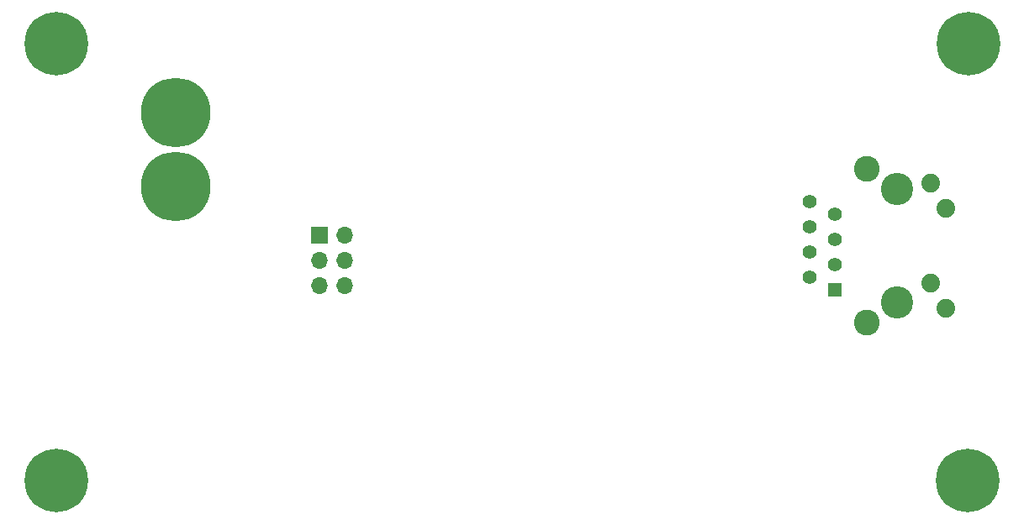
<source format=gbr>
%TF.GenerationSoftware,KiCad,Pcbnew,(5.1.7)-1*%
%TF.CreationDate,2021-09-05T16:50:27-04:00*%
%TF.ProjectId,future-controller,66757475-7265-42d6-936f-6e74726f6c6c,A*%
%TF.SameCoordinates,Original*%
%TF.FileFunction,Soldermask,Bot*%
%TF.FilePolarity,Negative*%
%FSLAX46Y46*%
G04 Gerber Fmt 4.6, Leading zero omitted, Abs format (unit mm)*
G04 Created by KiCad (PCBNEW (5.1.7)-1) date 2021-09-05 16:50:27*
%MOMM*%
%LPD*%
G01*
G04 APERTURE LIST*
%ADD10R,1.400000X1.400000*%
%ADD11C,1.400000*%
%ADD12C,1.890000*%
%ADD13C,2.600000*%
%ADD14C,3.250000*%
%ADD15C,6.400000*%
%ADD16C,7.000000*%
%ADD17O,1.700000X1.700000*%
%ADD18R,1.700000X1.700000*%
G04 APERTURE END LIST*
D10*
%TO.C,J2*%
X178485800Y-103301800D03*
D11*
X175945800Y-102031800D03*
X178485800Y-100761800D03*
X175945800Y-99491800D03*
X178485800Y-98221800D03*
X175945800Y-96951800D03*
X178485800Y-95681800D03*
X175945800Y-94411800D03*
D12*
X188205800Y-92531800D03*
X189725800Y-95071800D03*
X188205800Y-102641800D03*
X189725800Y-105181800D03*
D13*
X181775800Y-106631800D03*
X181775800Y-91081800D03*
D14*
X184825800Y-104571800D03*
X184825800Y-93141800D03*
%TD*%
D15*
%TO.C,MH4*%
X191947800Y-78536800D03*
%TD*%
%TO.C,MH3*%
X100101400Y-122555000D03*
%TD*%
%TO.C,MH2*%
X100101400Y-78536800D03*
%TD*%
%TO.C,MH1*%
X191922400Y-122529600D03*
%TD*%
D16*
%TO.C,J1*%
X112166400Y-92913200D03*
X112166400Y-85433200D03*
%TD*%
D17*
%TO.C,J3*%
X129184400Y-102844600D03*
X126644400Y-102844600D03*
X129184400Y-100304600D03*
X126644400Y-100304600D03*
X129184400Y-97764600D03*
D18*
X126644400Y-97764600D03*
%TD*%
M02*

</source>
